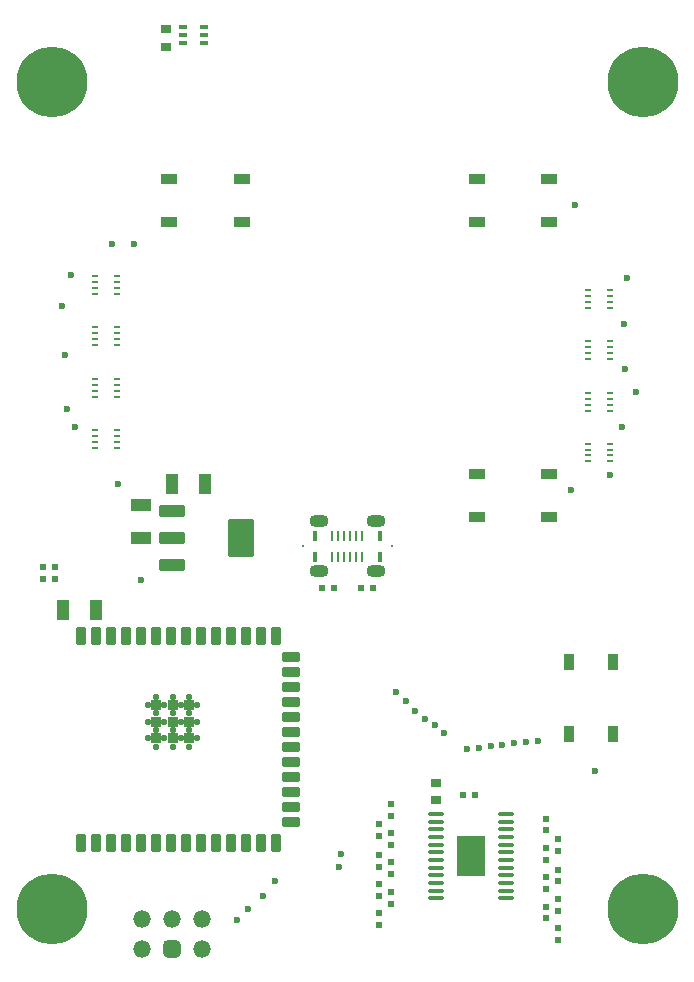
<source format=gbr>
%TF.GenerationSoftware,Altium Limited,Altium Designer,25.4.2 (15)*%
G04 Layer_Color=255*
%FSLAX45Y45*%
%MOMM*%
%TF.SameCoordinates,19D022B1-5E63-46E7-B1F0-11DBF932BF25*%
%TF.FilePolarity,Positive*%
%TF.FileFunction,Pads,Bot*%
%TF.Part,Single*%
G01*
G75*
%TA.AperFunction,ComponentPad*%
%ADD48C,0.56000*%
%ADD49C,0.32500*%
%ADD50O,1.60000X1.10000*%
G04:AMPARAMS|DCode=51|XSize=1.5mm|YSize=1.45mm|CornerRadius=0.3625mm|HoleSize=0mm|Usage=FLASHONLY|Rotation=180.000|XOffset=0mm|YOffset=0mm|HoleType=Round|Shape=RoundedRectangle|*
%AMROUNDEDRECTD51*
21,1,1.50000,0.72500,0,0,180.0*
21,1,0.77500,1.45000,0,0,180.0*
1,1,0.72500,-0.38750,0.36250*
1,1,0.72500,0.38750,0.36250*
1,1,0.72500,0.38750,-0.36250*
1,1,0.72500,-0.38750,-0.36250*
%
%ADD51ROUNDEDRECTD51*%
%ADD52O,1.50000X1.45000*%
%TA.AperFunction,WasherPad*%
%ADD53C,6.00000*%
%TA.AperFunction,BGAPad,CuDef*%
%ADD56R,0.90000X0.90000*%
%TA.AperFunction,ConnectorPad*%
G04:AMPARAMS|DCode=57|XSize=0.9mm|YSize=1.5mm|CornerRadius=0.225mm|HoleSize=0mm|Usage=FLASHONLY|Rotation=270.000|XOffset=0mm|YOffset=0mm|HoleType=Round|Shape=RoundedRectangle|*
%AMROUNDEDRECTD57*
21,1,0.90000,1.05000,0,0,270.0*
21,1,0.45000,1.50000,0,0,270.0*
1,1,0.45000,-0.52500,-0.22500*
1,1,0.45000,-0.52500,0.22500*
1,1,0.45000,0.52500,0.22500*
1,1,0.45000,0.52500,-0.22500*
%
%ADD57ROUNDEDRECTD57*%
G04:AMPARAMS|DCode=58|XSize=1.5mm|YSize=0.9mm|CornerRadius=0.225mm|HoleSize=0mm|Usage=FLASHONLY|Rotation=270.000|XOffset=0mm|YOffset=0mm|HoleType=Round|Shape=RoundedRectangle|*
%AMROUNDEDRECTD58*
21,1,1.50000,0.45000,0,0,270.0*
21,1,1.05000,0.90000,0,0,270.0*
1,1,0.45000,-0.22500,-0.52500*
1,1,0.45000,-0.22500,0.52500*
1,1,0.45000,0.22500,0.52500*
1,1,0.45000,0.22500,-0.52500*
%
%ADD58ROUNDEDRECTD58*%
%TA.AperFunction,SMDPad,CuDef*%
G04:AMPARAMS|DCode=59|XSize=0.25mm|YSize=0.85mm|CornerRadius=0.0125mm|HoleSize=0mm|Usage=FLASHONLY|Rotation=180.000|XOffset=0mm|YOffset=0mm|HoleType=Round|Shape=RoundedRectangle|*
%AMROUNDEDRECTD59*
21,1,0.25000,0.82500,0,0,180.0*
21,1,0.22500,0.85000,0,0,180.0*
1,1,0.02500,-0.11250,0.41250*
1,1,0.02500,0.11250,0.41250*
1,1,0.02500,0.11250,-0.41250*
1,1,0.02500,-0.11250,-0.41250*
%
%ADD59ROUNDEDRECTD59*%
G04:AMPARAMS|DCode=60|XSize=0.35mm|YSize=0.85mm|CornerRadius=0.0175mm|HoleSize=0mm|Usage=FLASHONLY|Rotation=180.000|XOffset=0mm|YOffset=0mm|HoleType=Round|Shape=RoundedRectangle|*
%AMROUNDEDRECTD60*
21,1,0.35000,0.81500,0,0,180.0*
21,1,0.31500,0.85000,0,0,180.0*
1,1,0.03500,-0.15750,0.40750*
1,1,0.03500,0.15750,0.40750*
1,1,0.03500,0.15750,-0.40750*
1,1,0.03500,-0.15750,-0.40750*
%
%ADD60ROUNDEDRECTD60*%
%ADD61C,0.60000*%
G04:AMPARAMS|DCode=62|XSize=1.3mm|YSize=0.9mm|CornerRadius=0.045mm|HoleSize=0mm|Usage=FLASHONLY|Rotation=180.000|XOffset=0mm|YOffset=0mm|HoleType=Round|Shape=RoundedRectangle|*
%AMROUNDEDRECTD62*
21,1,1.30000,0.81000,0,0,180.0*
21,1,1.21000,0.90000,0,0,180.0*
1,1,0.09000,-0.60500,0.40500*
1,1,0.09000,0.60500,0.40500*
1,1,0.09000,0.60500,-0.40500*
1,1,0.09000,-0.60500,-0.40500*
%
%ADD62ROUNDEDRECTD62*%
G04:AMPARAMS|DCode=63|XSize=1.3mm|YSize=0.9mm|CornerRadius=0.045mm|HoleSize=0mm|Usage=FLASHONLY|Rotation=270.000|XOffset=0mm|YOffset=0mm|HoleType=Round|Shape=RoundedRectangle|*
%AMROUNDEDRECTD63*
21,1,1.30000,0.81000,0,0,270.0*
21,1,1.21000,0.90000,0,0,270.0*
1,1,0.09000,-0.40500,-0.60500*
1,1,0.09000,-0.40500,0.60500*
1,1,0.09000,0.40500,0.60500*
1,1,0.09000,0.40500,-0.60500*
%
%ADD63ROUNDEDRECTD63*%
%ADD64O,0.60000X0.20000*%
%ADD65O,1.40000X0.32500*%
%ADD66R,2.44000X3.42000*%
G04:AMPARAMS|DCode=67|XSize=1mm|YSize=2.15mm|CornerRadius=0.05mm|HoleSize=0mm|Usage=FLASHONLY|Rotation=270.000|XOffset=0mm|YOffset=0mm|HoleType=Round|Shape=RoundedRectangle|*
%AMROUNDEDRECTD67*
21,1,1.00000,2.05000,0,0,270.0*
21,1,0.90000,2.15000,0,0,270.0*
1,1,0.10000,-1.02500,-0.45000*
1,1,0.10000,-1.02500,0.45000*
1,1,0.10000,1.02500,0.45000*
1,1,0.10000,1.02500,-0.45000*
%
%ADD67ROUNDEDRECTD67*%
G04:AMPARAMS|DCode=68|XSize=3.25mm|YSize=2.15mm|CornerRadius=0.1075mm|HoleSize=0mm|Usage=FLASHONLY|Rotation=270.000|XOffset=0mm|YOffset=0mm|HoleType=Round|Shape=RoundedRectangle|*
%AMROUNDEDRECTD68*
21,1,3.25000,1.93500,0,0,270.0*
21,1,3.03500,2.15000,0,0,270.0*
1,1,0.21500,-0.96750,-1.51750*
1,1,0.21500,-0.96750,1.51750*
1,1,0.21500,0.96750,1.51750*
1,1,0.21500,0.96750,-1.51750*
%
%ADD68ROUNDEDRECTD68*%
G04:AMPARAMS|DCode=69|XSize=1.65mm|YSize=0.95mm|CornerRadius=0.00475mm|HoleSize=0mm|Usage=FLASHONLY|Rotation=90.000|XOffset=0mm|YOffset=0mm|HoleType=Round|Shape=RoundedRectangle|*
%AMROUNDEDRECTD69*
21,1,1.65000,0.94050,0,0,90.0*
21,1,1.64050,0.95000,0,0,90.0*
1,1,0.00950,0.47025,0.82025*
1,1,0.00950,0.47025,-0.82025*
1,1,0.00950,-0.47025,-0.82025*
1,1,0.00950,-0.47025,0.82025*
%
%ADD69ROUNDEDRECTD69*%
G04:AMPARAMS|DCode=70|XSize=1.65mm|YSize=0.95mm|CornerRadius=0.00475mm|HoleSize=0mm|Usage=FLASHONLY|Rotation=0.000|XOffset=0mm|YOffset=0mm|HoleType=Round|Shape=RoundedRectangle|*
%AMROUNDEDRECTD70*
21,1,1.65000,0.94050,0,0,0.0*
21,1,1.64050,0.95000,0,0,0.0*
1,1,0.00950,0.82025,-0.47025*
1,1,0.00950,-0.82025,-0.47025*
1,1,0.00950,-0.82025,0.47025*
1,1,0.00950,0.82025,0.47025*
%
%ADD70ROUNDEDRECTD70*%
G04:AMPARAMS|DCode=71|XSize=0.5mm|YSize=0.55mm|CornerRadius=0.025mm|HoleSize=0mm|Usage=FLASHONLY|Rotation=270.000|XOffset=0mm|YOffset=0mm|HoleType=Round|Shape=RoundedRectangle|*
%AMROUNDEDRECTD71*
21,1,0.50000,0.50000,0,0,270.0*
21,1,0.45000,0.55000,0,0,270.0*
1,1,0.05000,-0.25000,-0.22500*
1,1,0.05000,-0.25000,0.22500*
1,1,0.05000,0.25000,0.22500*
1,1,0.05000,0.25000,-0.22500*
%
%ADD71ROUNDEDRECTD71*%
G04:AMPARAMS|DCode=72|XSize=0.5mm|YSize=0.55mm|CornerRadius=0.025mm|HoleSize=0mm|Usage=FLASHONLY|Rotation=0.000|XOffset=0mm|YOffset=0mm|HoleType=Round|Shape=RoundedRectangle|*
%AMROUNDEDRECTD72*
21,1,0.50000,0.50000,0,0,0.0*
21,1,0.45000,0.55000,0,0,0.0*
1,1,0.05000,0.22500,-0.25000*
1,1,0.05000,-0.22500,-0.25000*
1,1,0.05000,-0.22500,0.25000*
1,1,0.05000,0.22500,0.25000*
%
%ADD72ROUNDEDRECTD72*%
G04:AMPARAMS|DCode=73|XSize=0.85mm|YSize=0.6mm|CornerRadius=0.003mm|HoleSize=0mm|Usage=FLASHONLY|Rotation=180.000|XOffset=0mm|YOffset=0mm|HoleType=Round|Shape=RoundedRectangle|*
%AMROUNDEDRECTD73*
21,1,0.85000,0.59400,0,0,180.0*
21,1,0.84400,0.60000,0,0,180.0*
1,1,0.00600,-0.42200,0.29700*
1,1,0.00600,0.42200,0.29700*
1,1,0.00600,0.42200,-0.29700*
1,1,0.00600,-0.42200,-0.29700*
%
%ADD73ROUNDEDRECTD73*%
%TA.AperFunction,ConnectorPad*%
G04:AMPARAMS|DCode=74|XSize=0.3mm|YSize=0.65mm|CornerRadius=0.015mm|HoleSize=0mm|Usage=FLASHONLY|Rotation=90.000|XOffset=0mm|YOffset=0mm|HoleType=Round|Shape=RoundedRectangle|*
%AMROUNDEDRECTD74*
21,1,0.30000,0.62000,0,0,90.0*
21,1,0.27000,0.65000,0,0,90.0*
1,1,0.03000,0.31000,0.13500*
1,1,0.03000,0.31000,-0.13500*
1,1,0.03000,-0.31000,-0.13500*
1,1,0.03000,-0.31000,0.13500*
%
%ADD74ROUNDEDRECTD74*%
D48*
X1451080Y1945480D02*
D03*
X1591080D02*
D03*
Y2225480D02*
D03*
X1451080D02*
D03*
X1661080Y2295480D02*
D03*
X1521080D02*
D03*
X1381080D02*
D03*
X1731080Y1945480D02*
D03*
Y2085480D02*
D03*
Y2225480D02*
D03*
X1381080Y1875480D02*
D03*
X1661080D02*
D03*
X1521080D02*
D03*
X1311080Y1945480D02*
D03*
Y2225480D02*
D03*
Y2085480D02*
D03*
X1661080Y2015480D02*
D03*
Y2155480D02*
D03*
X1521080Y2015480D02*
D03*
Y2155480D02*
D03*
X1381080Y2015480D02*
D03*
Y2155480D02*
D03*
X1591080Y2085480D02*
D03*
X1451080D02*
D03*
D49*
X2625000Y3572200D02*
D03*
X3375000D02*
D03*
D50*
X2760000Y3359700D02*
D03*
X3240000D02*
D03*
X2760000Y3784700D02*
D03*
X3240000Y3787200D02*
D03*
D51*
X1520000Y163496D02*
D03*
D52*
Y417496D02*
D03*
X1774000D02*
D03*
X1266000Y163496D02*
D03*
X1774000D02*
D03*
X1266000Y417496D02*
D03*
D53*
X500000Y500000D02*
D03*
X5500000D02*
D03*
Y7500000D02*
D03*
X500000D02*
D03*
D56*
X1381080Y2225480D02*
D03*
Y2085480D02*
D03*
Y1945480D02*
D03*
X1521080Y2085480D02*
D03*
Y2225480D02*
D03*
Y1945480D02*
D03*
X1661080Y2225480D02*
D03*
Y2085480D02*
D03*
Y1945480D02*
D03*
D57*
X2525080Y1236980D02*
D03*
Y1363980D02*
D03*
Y1490980D02*
D03*
Y1617980D02*
D03*
Y1744980D02*
D03*
Y1871980D02*
D03*
Y1998980D02*
D03*
Y2125980D02*
D03*
Y2252980D02*
D03*
Y2379980D02*
D03*
Y2506980D02*
D03*
Y2633980D02*
D03*
D58*
X749080Y1060480D02*
D03*
X876080D02*
D03*
X1003080D02*
D03*
X1130080D02*
D03*
X1257080D02*
D03*
X1384080D02*
D03*
X1511080D02*
D03*
X1638080D02*
D03*
X1765080D02*
D03*
X1892080D02*
D03*
X2019080D02*
D03*
X2146080D02*
D03*
X2273080D02*
D03*
X2400080D02*
D03*
Y2810480D02*
D03*
X2273080D02*
D03*
X2146080D02*
D03*
X2019080D02*
D03*
X1892080D02*
D03*
X1765080D02*
D03*
X1638080D02*
D03*
X1511080D02*
D03*
X1384080D02*
D03*
X1257080D02*
D03*
X1130080D02*
D03*
X1003080D02*
D03*
X876080D02*
D03*
X749080D02*
D03*
D59*
X2925000Y3662200D02*
D03*
X3075000Y3482200D02*
D03*
X2975000D02*
D03*
X3025000Y3662200D02*
D03*
Y3482200D02*
D03*
X2975000Y3662200D02*
D03*
X3075000D02*
D03*
X2925000Y3482200D02*
D03*
X2875001Y3662200D02*
D03*
Y3482200D02*
D03*
X3125000D02*
D03*
Y3662200D02*
D03*
D60*
X2725000Y3482200D02*
D03*
Y3662200D02*
D03*
X3275000D02*
D03*
Y3482200D02*
D03*
D61*
X5372164Y5839565D02*
D03*
X2384145Y733355D02*
D03*
X2285750Y614250D02*
D03*
X2156909Y500591D02*
D03*
X2065076Y407385D02*
D03*
X3822698Y1989588D02*
D03*
X4615793Y1922087D02*
D03*
X4511511Y1915645D02*
D03*
X4412104Y1903146D02*
D03*
X4312696Y1890646D02*
D03*
X4213289Y1878147D02*
D03*
X4113882Y1865648D02*
D03*
X4014475Y1853148D02*
D03*
X1254600Y3286046D02*
D03*
X4892858Y4046223D02*
D03*
X5223137Y4170860D02*
D03*
X5326140Y4579020D02*
D03*
X5445000Y4880000D02*
D03*
X5347500Y5070306D02*
D03*
X5345869Y5450508D02*
D03*
X4928838Y6463488D02*
D03*
X1060442Y4097942D02*
D03*
X695211Y4585211D02*
D03*
X624502Y4731684D02*
D03*
X606658Y5188342D02*
D03*
X585650Y5607354D02*
D03*
X658885Y5871561D02*
D03*
X1011536Y6134036D02*
D03*
X1193490D02*
D03*
X5097500Y1665386D02*
D03*
X2934300Y858408D02*
D03*
X2947267Y962670D02*
D03*
X3746337Y2054300D02*
D03*
X3657993Y2108437D02*
D03*
X3574584Y2173233D02*
D03*
X3493522Y2262617D02*
D03*
X3408808Y2338614D02*
D03*
D62*
X4095000Y6685000D02*
D03*
Y6315000D02*
D03*
X4705000Y6685000D02*
D03*
Y6315000D02*
D03*
X4095000Y4185000D02*
D03*
Y3815000D02*
D03*
X4705000Y4185000D02*
D03*
Y3815000D02*
D03*
X1495000Y6684999D02*
D03*
Y6315000D02*
D03*
X2105000Y6684999D02*
D03*
Y6315000D02*
D03*
D63*
X4879430Y1979977D02*
D03*
X5249430D02*
D03*
X4879430Y2589977D02*
D03*
X5249430D02*
D03*
D64*
X5036780Y5641121D02*
D03*
Y5591121D02*
D03*
Y5691121D02*
D03*
Y5741121D02*
D03*
X5226781D02*
D03*
Y5691121D02*
D03*
Y5641121D02*
D03*
Y5591121D02*
D03*
X5036780Y4768618D02*
D03*
Y4718618D02*
D03*
Y4818618D02*
D03*
Y4868618D02*
D03*
X5226781D02*
D03*
Y4818618D02*
D03*
Y4768618D02*
D03*
Y4718618D02*
D03*
X5036780Y4340331D02*
D03*
Y4290331D02*
D03*
Y4390331D02*
D03*
Y4440331D02*
D03*
X5226781D02*
D03*
Y4390331D02*
D03*
Y4340331D02*
D03*
Y4290331D02*
D03*
X1050700Y4505410D02*
D03*
Y4555410D02*
D03*
Y4455410D02*
D03*
Y4405410D02*
D03*
X860700D02*
D03*
Y4455410D02*
D03*
Y4505410D02*
D03*
Y4555410D02*
D03*
X1050700Y4933697D02*
D03*
Y4983697D02*
D03*
Y4883697D02*
D03*
Y4833697D02*
D03*
X860700D02*
D03*
Y4883697D02*
D03*
Y4933697D02*
D03*
Y4983697D02*
D03*
X1050700Y5374159D02*
D03*
Y5424159D02*
D03*
Y5324159D02*
D03*
Y5274159D02*
D03*
X860700D02*
D03*
Y5324159D02*
D03*
Y5374159D02*
D03*
Y5424159D02*
D03*
X1050700Y5806200D02*
D03*
Y5856200D02*
D03*
Y5756200D02*
D03*
Y5706200D02*
D03*
X860700D02*
D03*
Y5756200D02*
D03*
Y5806200D02*
D03*
Y5856200D02*
D03*
X5036780Y5209080D02*
D03*
Y5159080D02*
D03*
Y5259080D02*
D03*
Y5309080D02*
D03*
X5226781D02*
D03*
Y5259080D02*
D03*
Y5209080D02*
D03*
Y5159080D02*
D03*
D65*
X3750000Y1175000D02*
D03*
X4340000Y1110000D02*
D03*
Y1175000D02*
D03*
X3750000Y1305000D02*
D03*
Y1110000D02*
D03*
X4340000Y1240000D02*
D03*
X3750000D02*
D03*
X4340000Y1305000D02*
D03*
Y590000D02*
D03*
Y655000D02*
D03*
Y720000D02*
D03*
Y785000D02*
D03*
Y850000D02*
D03*
Y915000D02*
D03*
Y980000D02*
D03*
Y1045000D02*
D03*
X3750000D02*
D03*
Y980000D02*
D03*
Y915000D02*
D03*
Y785000D02*
D03*
Y720000D02*
D03*
Y655000D02*
D03*
Y590000D02*
D03*
Y850000D02*
D03*
D66*
X4045000Y947500D02*
D03*
D67*
X1514101Y3641300D02*
D03*
X1514100Y3411300D02*
D03*
Y3871300D02*
D03*
D68*
X2099100Y3641300D02*
D03*
D69*
X1794100Y4100000D02*
D03*
X1514100D02*
D03*
X596076Y3034999D02*
D03*
X876080Y3035000D02*
D03*
D70*
X1254600Y3641300D02*
D03*
Y3921300D02*
D03*
D71*
X4681269Y769432D02*
D03*
Y669432D02*
D03*
X4780585Y734198D02*
D03*
Y834198D02*
D03*
X4683060Y1016715D02*
D03*
Y916715D02*
D03*
X4683059Y1265985D02*
D03*
X4683059Y1165985D02*
D03*
X4780560Y991715D02*
D03*
Y1091714D02*
D03*
X3272500Y959198D02*
D03*
Y462187D02*
D03*
X3370000Y546271D02*
D03*
X3272500Y711270D02*
D03*
X3370000Y794432D02*
D03*
X3370000Y1041714D02*
D03*
X3272500Y1216714D02*
D03*
X3370000Y1290985D02*
D03*
X4683061Y421272D02*
D03*
X4780560Y586271D02*
D03*
X4784332Y337188D02*
D03*
X4683061Y521271D02*
D03*
X4784332Y237188D02*
D03*
X4780560Y486271D02*
D03*
X3272500Y611270D02*
D03*
X3272500Y859198D02*
D03*
X3370000Y646271D02*
D03*
X3272500Y362187D02*
D03*
X3370000Y1390985D02*
D03*
X3272500Y1116714D02*
D03*
X3370000Y1141715D02*
D03*
X3370000Y894432D02*
D03*
D72*
X4082500Y1465000D02*
D03*
X3218367Y3221045D02*
D03*
X2789443Y3221041D02*
D03*
X3982500Y1465000D02*
D03*
X425000Y3295000D02*
D03*
Y3395000D02*
D03*
X2889443Y3221041D02*
D03*
X3118367Y3221045D02*
D03*
X525000Y3295000D02*
D03*
Y3395000D02*
D03*
D73*
X3750000Y1567500D02*
D03*
X1462400Y7947580D02*
D03*
X3750000Y1422500D02*
D03*
X1462400Y7802580D02*
D03*
D74*
X1610000Y7965000D02*
D03*
X1790000D02*
D03*
Y7835000D02*
D03*
X1610000D02*
D03*
X1790000Y7900000D02*
D03*
X1610000D02*
D03*
%TF.MD5,0ba8d1e6319fd9cbd2c814dec2286552*%
M02*

</source>
